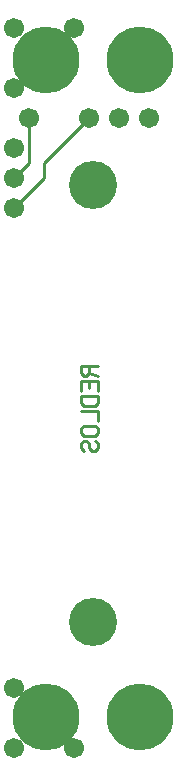
<source format=gbl>
%MOIN*%
%FSLAX25Y25*%
G04 D10 used for Character Trace; *
G04     Circle (OD=.01000) (No hole)*
G04 D11 used for Power Trace; *
G04     Circle (OD=.06700) (No hole)*
G04 D12 used for Signal Trace; *
G04     Circle (OD=.01100) (No hole)*
G04 D13 used for Via; *
G04     Circle (OD=.05800) (Round. Hole ID=.02800)*
G04 D14 used for Component hole; *
G04     Circle (OD=.06500) (Round. Hole ID=.03500)*
G04 D15 used for Component hole; *
G04     Circle (OD=.06700) (Round. Hole ID=.04300)*
G04 D16 used for Component hole; *
G04     Circle (OD=.08100) (Round. Hole ID=.05100)*
G04 D17 used for Component hole; *
G04     Circle (OD=.08900) (Round. Hole ID=.05900)*
G04 D18 used for Component hole; *
G04     Circle (OD=.11300) (Round. Hole ID=.08300)*
G04 D19 used for Component hole; *
G04     Circle (OD=.16000) (Round. Hole ID=.13000)*
G04 D20 used for Component hole; *
G04     Circle (OD=.18300) (Round. Hole ID=.15300)*
G04 D21 used for Component hole; *
G04     Circle (OD=.22291) (Round. Hole ID=.19291)*
%ADD10C,.01000*%
%ADD11C,.06700*%
%ADD12C,.01100*%
%ADD13C,.05800*%
%ADD14C,.06500*%
%ADD15C,.06700*%
%ADD16C,.08100*%
%ADD17C,.08900*%
%ADD18C,.11300*%
%ADD19C,.16000*%
%ADD20C,.18300*%
%ADD21C,.22291*%
%IPPOS*%
%LPD*%
G90*X0Y0D02*D15*X5000Y5000D03*D21*X15625Y15625D03*
D15*X5000Y25000D03*X25000Y5000D03*D19*            
X31250Y47200D03*D21*X46875Y15625D03*D10*          
X28086Y104163D02*X27129Y105000D01*Y106674D01*     
X28086Y107511D01*X29043D01*X30000Y106674D01*      
Y105000D01*X30957Y104163D01*X31914D01*            
X32871Y105000D01*Y106674D01*X31914Y107511D01*     
Y109163D02*X32871Y110000D01*Y111674D01*           
X31914Y112511D01*X28086D01*X27129Y111674D01*      
Y110000D01*X28086Y109163D01*X31914D01*            
X27129Y117511D02*X32871D01*Y114163D01*Y122511D02* 
X27129D01*Y120000D01*X28086Y119163D01*X31914D01*  
X32871Y120000D01*Y122511D01*Y124163D02*Y127511D01*
X27129D01*Y124163D01*X30000Y127511D02*Y125000D01* 
X32871Y132511D02*X27129D01*Y130000D01*            
X28086Y129163D01*X29043D01*X30000Y130000D01*      
Y132511D01*Y130000D02*X32871Y129163D01*D15*       
X5000Y185000D03*D12*X15000Y195000D01*Y200000D01*  
X30000Y215000D01*D15*D03*X40000D03*D21*           
X46875Y234375D03*D15*X50000Y215000D03*X10000D03*  
D12*Y200000D01*X5000Y195000D01*D15*D03*Y205000D03*
D19*X31250Y192800D03*D15*X5000Y225000D03*D21*     
X15625Y234375D03*D15*X25000Y245000D03*X5000D03*   
M02*                                              

</source>
